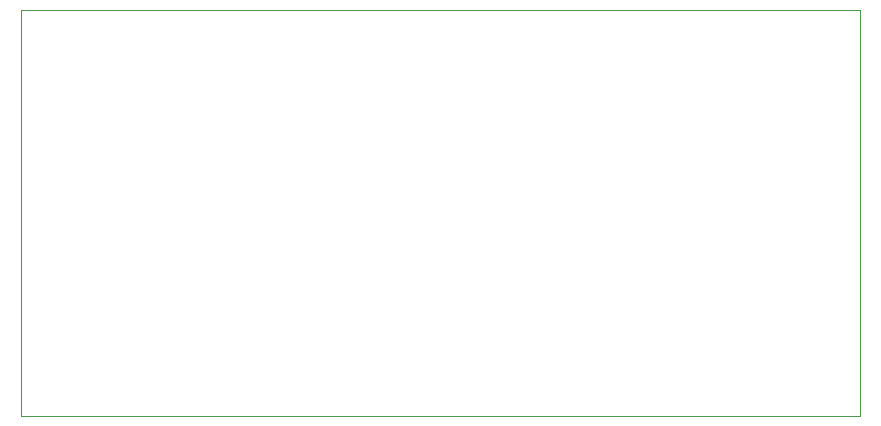
<source format=gbr>
%TF.GenerationSoftware,KiCad,Pcbnew,8.0.6*%
%TF.CreationDate,2024-10-18T13:49:23-03:00*%
%TF.ProjectId,Arduino-inductance-meter,41726475-696e-46f2-9d69-6e6475637461,rev?*%
%TF.SameCoordinates,Original*%
%TF.FileFunction,Profile,NP*%
%FSLAX46Y46*%
G04 Gerber Fmt 4.6, Leading zero omitted, Abs format (unit mm)*
G04 Created by KiCad (PCBNEW 8.0.6) date 2024-10-18 13:49:23*
%MOMM*%
%LPD*%
G01*
G04 APERTURE LIST*
%TA.AperFunction,Profile*%
%ADD10C,0.050000*%
%TD*%
G04 APERTURE END LIST*
D10*
X113000000Y-44500000D02*
X184000000Y-44500000D01*
X184000000Y-78850000D01*
X113000000Y-78850000D01*
X113000000Y-44500000D01*
M02*

</source>
